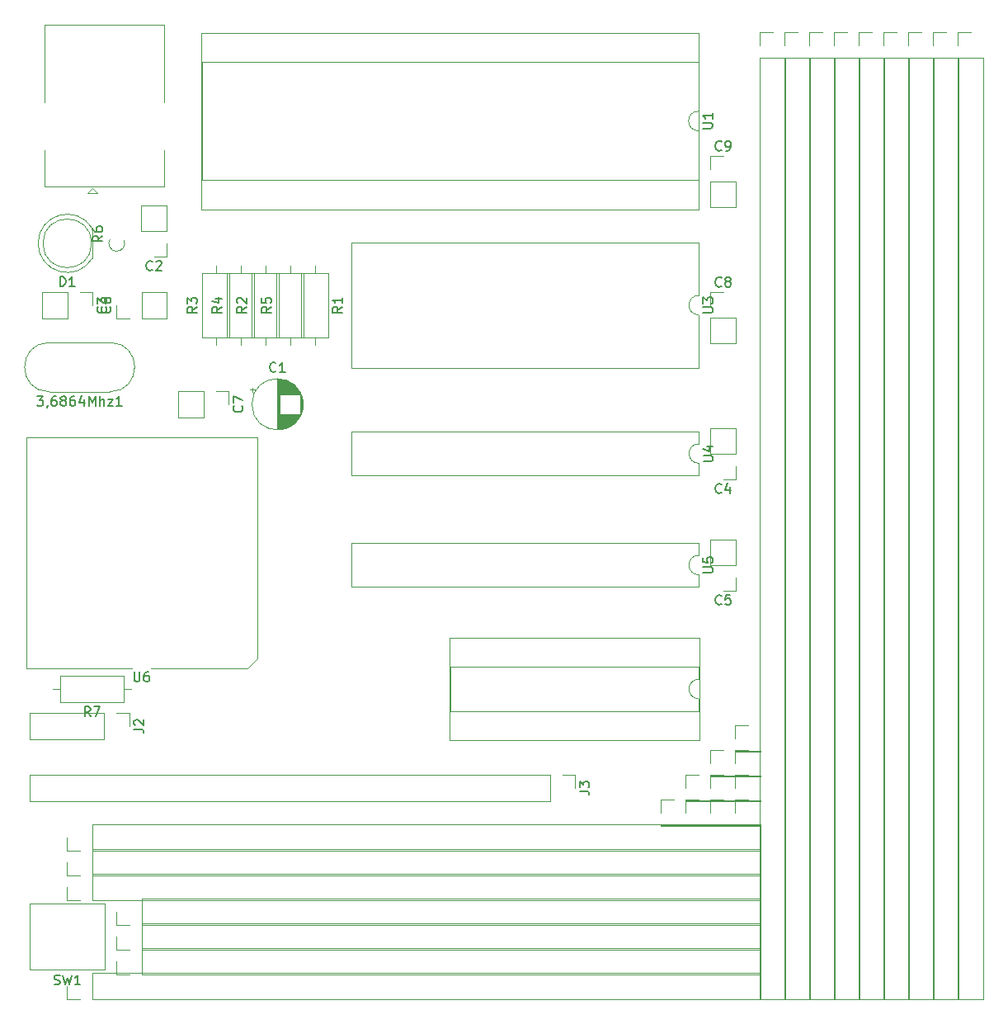
<source format=gbr>
%TF.GenerationSoftware,KiCad,Pcbnew,(6.0.1)*%
%TF.CreationDate,2022-03-08T21:02:58+01:00*%
%TF.ProjectId,Z80CPM,5a383043-504d-42e6-9b69-6361645f7063,rev?*%
%TF.SameCoordinates,Original*%
%TF.FileFunction,Legend,Top*%
%TF.FilePolarity,Positive*%
%FSLAX46Y46*%
G04 Gerber Fmt 4.6, Leading zero omitted, Abs format (unit mm)*
G04 Created by KiCad (PCBNEW (6.0.1)) date 2022-03-08 21:02:58*
%MOMM*%
%LPD*%
G01*
G04 APERTURE LIST*
%ADD10C,0.150000*%
%ADD11C,0.120000*%
G04 APERTURE END LIST*
D10*
%TO.C,C2*%
X39203333Y-50947142D02*
X39155714Y-50994761D01*
X39012857Y-51042380D01*
X38917619Y-51042380D01*
X38774761Y-50994761D01*
X38679523Y-50899523D01*
X38631904Y-50804285D01*
X38584285Y-50613809D01*
X38584285Y-50470952D01*
X38631904Y-50280476D01*
X38679523Y-50185238D01*
X38774761Y-50090000D01*
X38917619Y-50042380D01*
X39012857Y-50042380D01*
X39155714Y-50090000D01*
X39203333Y-50137619D01*
X39584285Y-50137619D02*
X39631904Y-50090000D01*
X39727142Y-50042380D01*
X39965238Y-50042380D01*
X40060476Y-50090000D01*
X40108095Y-50137619D01*
X40155714Y-50232857D01*
X40155714Y-50328095D01*
X40108095Y-50470952D01*
X39536666Y-51042380D01*
X40155714Y-51042380D01*
%TO.C,R2*%
X48882380Y-54776666D02*
X48406190Y-55110000D01*
X48882380Y-55348095D02*
X47882380Y-55348095D01*
X47882380Y-54967142D01*
X47930000Y-54871904D01*
X47977619Y-54824285D01*
X48072857Y-54776666D01*
X48215714Y-54776666D01*
X48310952Y-54824285D01*
X48358571Y-54871904D01*
X48406190Y-54967142D01*
X48406190Y-55348095D01*
X47977619Y-54395714D02*
X47930000Y-54348095D01*
X47882380Y-54252857D01*
X47882380Y-54014761D01*
X47930000Y-53919523D01*
X47977619Y-53871904D01*
X48072857Y-53824285D01*
X48168095Y-53824285D01*
X48310952Y-53871904D01*
X48882380Y-54443333D01*
X48882380Y-53824285D01*
%TO.C,3\u002C6864Mhz1*%
X27369047Y-63937380D02*
X27988095Y-63937380D01*
X27654761Y-64318333D01*
X27797619Y-64318333D01*
X27892857Y-64365952D01*
X27940476Y-64413571D01*
X27988095Y-64508809D01*
X27988095Y-64746904D01*
X27940476Y-64842142D01*
X27892857Y-64889761D01*
X27797619Y-64937380D01*
X27511904Y-64937380D01*
X27416666Y-64889761D01*
X27369047Y-64842142D01*
X28464285Y-64889761D02*
X28464285Y-64937380D01*
X28416666Y-65032619D01*
X28369047Y-65080238D01*
X29321428Y-63937380D02*
X29130952Y-63937380D01*
X29035714Y-63985000D01*
X28988095Y-64032619D01*
X28892857Y-64175476D01*
X28845238Y-64365952D01*
X28845238Y-64746904D01*
X28892857Y-64842142D01*
X28940476Y-64889761D01*
X29035714Y-64937380D01*
X29226190Y-64937380D01*
X29321428Y-64889761D01*
X29369047Y-64842142D01*
X29416666Y-64746904D01*
X29416666Y-64508809D01*
X29369047Y-64413571D01*
X29321428Y-64365952D01*
X29226190Y-64318333D01*
X29035714Y-64318333D01*
X28940476Y-64365952D01*
X28892857Y-64413571D01*
X28845238Y-64508809D01*
X29988095Y-64365952D02*
X29892857Y-64318333D01*
X29845238Y-64270714D01*
X29797619Y-64175476D01*
X29797619Y-64127857D01*
X29845238Y-64032619D01*
X29892857Y-63985000D01*
X29988095Y-63937380D01*
X30178571Y-63937380D01*
X30273809Y-63985000D01*
X30321428Y-64032619D01*
X30369047Y-64127857D01*
X30369047Y-64175476D01*
X30321428Y-64270714D01*
X30273809Y-64318333D01*
X30178571Y-64365952D01*
X29988095Y-64365952D01*
X29892857Y-64413571D01*
X29845238Y-64461190D01*
X29797619Y-64556428D01*
X29797619Y-64746904D01*
X29845238Y-64842142D01*
X29892857Y-64889761D01*
X29988095Y-64937380D01*
X30178571Y-64937380D01*
X30273809Y-64889761D01*
X30321428Y-64842142D01*
X30369047Y-64746904D01*
X30369047Y-64556428D01*
X30321428Y-64461190D01*
X30273809Y-64413571D01*
X30178571Y-64365952D01*
X31226190Y-63937380D02*
X31035714Y-63937380D01*
X30940476Y-63985000D01*
X30892857Y-64032619D01*
X30797619Y-64175476D01*
X30750000Y-64365952D01*
X30750000Y-64746904D01*
X30797619Y-64842142D01*
X30845238Y-64889761D01*
X30940476Y-64937380D01*
X31130952Y-64937380D01*
X31226190Y-64889761D01*
X31273809Y-64842142D01*
X31321428Y-64746904D01*
X31321428Y-64508809D01*
X31273809Y-64413571D01*
X31226190Y-64365952D01*
X31130952Y-64318333D01*
X30940476Y-64318333D01*
X30845238Y-64365952D01*
X30797619Y-64413571D01*
X30750000Y-64508809D01*
X32178571Y-64270714D02*
X32178571Y-64937380D01*
X31940476Y-63889761D02*
X31702380Y-64604047D01*
X32321428Y-64604047D01*
X32702380Y-64937380D02*
X32702380Y-63937380D01*
X33035714Y-64651666D01*
X33369047Y-63937380D01*
X33369047Y-64937380D01*
X33845238Y-64937380D02*
X33845238Y-63937380D01*
X34273809Y-64937380D02*
X34273809Y-64413571D01*
X34226190Y-64318333D01*
X34130952Y-64270714D01*
X33988095Y-64270714D01*
X33892857Y-64318333D01*
X33845238Y-64365952D01*
X34654761Y-64270714D02*
X35178571Y-64270714D01*
X34654761Y-64937380D01*
X35178571Y-64937380D01*
X36083333Y-64937380D02*
X35511904Y-64937380D01*
X35797619Y-64937380D02*
X35797619Y-63937380D01*
X35702380Y-64080238D01*
X35607142Y-64175476D01*
X35511904Y-64223095D01*
%TO.C,U5*%
X95752380Y-82026904D02*
X96561904Y-82026904D01*
X96657142Y-81979285D01*
X96704761Y-81931666D01*
X96752380Y-81836428D01*
X96752380Y-81645952D01*
X96704761Y-81550714D01*
X96657142Y-81503095D01*
X96561904Y-81455476D01*
X95752380Y-81455476D01*
X95752380Y-80503095D02*
X95752380Y-80979285D01*
X96228571Y-81026904D01*
X96180952Y-80979285D01*
X96133333Y-80884047D01*
X96133333Y-80645952D01*
X96180952Y-80550714D01*
X96228571Y-80503095D01*
X96323809Y-80455476D01*
X96561904Y-80455476D01*
X96657142Y-80503095D01*
X96704761Y-80550714D01*
X96752380Y-80645952D01*
X96752380Y-80884047D01*
X96704761Y-80979285D01*
X96657142Y-81026904D01*
%TO.C,R1*%
X58702380Y-54776666D02*
X58226190Y-55110000D01*
X58702380Y-55348095D02*
X57702380Y-55348095D01*
X57702380Y-54967142D01*
X57750000Y-54871904D01*
X57797619Y-54824285D01*
X57892857Y-54776666D01*
X58035714Y-54776666D01*
X58130952Y-54824285D01*
X58178571Y-54871904D01*
X58226190Y-54967142D01*
X58226190Y-55348095D01*
X58702380Y-53824285D02*
X58702380Y-54395714D01*
X58702380Y-54110000D02*
X57702380Y-54110000D01*
X57845238Y-54205238D01*
X57940476Y-54300476D01*
X57988095Y-54395714D01*
%TO.C,U3*%
X95752380Y-55366904D02*
X96561904Y-55366904D01*
X96657142Y-55319285D01*
X96704761Y-55271666D01*
X96752380Y-55176428D01*
X96752380Y-54985952D01*
X96704761Y-54890714D01*
X96657142Y-54843095D01*
X96561904Y-54795476D01*
X95752380Y-54795476D01*
X95752380Y-54414523D02*
X95752380Y-53795476D01*
X96133333Y-54128809D01*
X96133333Y-53985952D01*
X96180952Y-53890714D01*
X96228571Y-53843095D01*
X96323809Y-53795476D01*
X96561904Y-53795476D01*
X96657142Y-53843095D01*
X96704761Y-53890714D01*
X96752380Y-53985952D01*
X96752380Y-54271666D01*
X96704761Y-54366904D01*
X96657142Y-54414523D01*
%TO.C,J2*%
X37332380Y-98123333D02*
X38046666Y-98123333D01*
X38189523Y-98170952D01*
X38284761Y-98266190D01*
X38332380Y-98409047D01*
X38332380Y-98504285D01*
X37427619Y-97694761D02*
X37380000Y-97647142D01*
X37332380Y-97551904D01*
X37332380Y-97313809D01*
X37380000Y-97218571D01*
X37427619Y-97170952D01*
X37522857Y-97123333D01*
X37618095Y-97123333D01*
X37760952Y-97170952D01*
X38332380Y-97742380D01*
X38332380Y-97123333D01*
%TO.C,U1*%
X95702380Y-36466904D02*
X96511904Y-36466904D01*
X96607142Y-36419285D01*
X96654761Y-36371666D01*
X96702380Y-36276428D01*
X96702380Y-36085952D01*
X96654761Y-35990714D01*
X96607142Y-35943095D01*
X96511904Y-35895476D01*
X95702380Y-35895476D01*
X96702380Y-34895476D02*
X96702380Y-35466904D01*
X96702380Y-35181190D02*
X95702380Y-35181190D01*
X95845238Y-35276428D01*
X95940476Y-35371666D01*
X95988095Y-35466904D01*
%TO.C,R5*%
X51422380Y-54776666D02*
X50946190Y-55110000D01*
X51422380Y-55348095D02*
X50422380Y-55348095D01*
X50422380Y-54967142D01*
X50470000Y-54871904D01*
X50517619Y-54824285D01*
X50612857Y-54776666D01*
X50755714Y-54776666D01*
X50850952Y-54824285D01*
X50898571Y-54871904D01*
X50946190Y-54967142D01*
X50946190Y-55348095D01*
X50422380Y-53871904D02*
X50422380Y-54348095D01*
X50898571Y-54395714D01*
X50850952Y-54348095D01*
X50803333Y-54252857D01*
X50803333Y-54014761D01*
X50850952Y-53919523D01*
X50898571Y-53871904D01*
X50993809Y-53824285D01*
X51231904Y-53824285D01*
X51327142Y-53871904D01*
X51374761Y-53919523D01*
X51422380Y-54014761D01*
X51422380Y-54252857D01*
X51374761Y-54348095D01*
X51327142Y-54395714D01*
%TO.C,R7*%
X32853333Y-96802380D02*
X32520000Y-96326190D01*
X32281904Y-96802380D02*
X32281904Y-95802380D01*
X32662857Y-95802380D01*
X32758095Y-95850000D01*
X32805714Y-95897619D01*
X32853333Y-95992857D01*
X32853333Y-96135714D01*
X32805714Y-96230952D01*
X32758095Y-96278571D01*
X32662857Y-96326190D01*
X32281904Y-96326190D01*
X33186666Y-95802380D02*
X33853333Y-95802380D01*
X33424761Y-96802380D01*
%TO.C,C4*%
X97623333Y-73807142D02*
X97575714Y-73854761D01*
X97432857Y-73902380D01*
X97337619Y-73902380D01*
X97194761Y-73854761D01*
X97099523Y-73759523D01*
X97051904Y-73664285D01*
X97004285Y-73473809D01*
X97004285Y-73330952D01*
X97051904Y-73140476D01*
X97099523Y-73045238D01*
X97194761Y-72950000D01*
X97337619Y-72902380D01*
X97432857Y-72902380D01*
X97575714Y-72950000D01*
X97623333Y-72997619D01*
X98480476Y-73235714D02*
X98480476Y-73902380D01*
X98242380Y-72854761D02*
X98004285Y-73569047D01*
X98623333Y-73569047D01*
%TO.C,C8*%
X97623333Y-52637142D02*
X97575714Y-52684761D01*
X97432857Y-52732380D01*
X97337619Y-52732380D01*
X97194761Y-52684761D01*
X97099523Y-52589523D01*
X97051904Y-52494285D01*
X97004285Y-52303809D01*
X97004285Y-52160952D01*
X97051904Y-51970476D01*
X97099523Y-51875238D01*
X97194761Y-51780000D01*
X97337619Y-51732380D01*
X97432857Y-51732380D01*
X97575714Y-51780000D01*
X97623333Y-51827619D01*
X98194761Y-52160952D02*
X98099523Y-52113333D01*
X98051904Y-52065714D01*
X98004285Y-51970476D01*
X98004285Y-51922857D01*
X98051904Y-51827619D01*
X98099523Y-51780000D01*
X98194761Y-51732380D01*
X98385238Y-51732380D01*
X98480476Y-51780000D01*
X98528095Y-51827619D01*
X98575714Y-51922857D01*
X98575714Y-51970476D01*
X98528095Y-52065714D01*
X98480476Y-52113333D01*
X98385238Y-52160952D01*
X98194761Y-52160952D01*
X98099523Y-52208571D01*
X98051904Y-52256190D01*
X98004285Y-52351428D01*
X98004285Y-52541904D01*
X98051904Y-52637142D01*
X98099523Y-52684761D01*
X98194761Y-52732380D01*
X98385238Y-52732380D01*
X98480476Y-52684761D01*
X98528095Y-52637142D01*
X98575714Y-52541904D01*
X98575714Y-52351428D01*
X98528095Y-52256190D01*
X98480476Y-52208571D01*
X98385238Y-52160952D01*
%TO.C,C9*%
X97623333Y-38667142D02*
X97575714Y-38714761D01*
X97432857Y-38762380D01*
X97337619Y-38762380D01*
X97194761Y-38714761D01*
X97099523Y-38619523D01*
X97051904Y-38524285D01*
X97004285Y-38333809D01*
X97004285Y-38190952D01*
X97051904Y-38000476D01*
X97099523Y-37905238D01*
X97194761Y-37810000D01*
X97337619Y-37762380D01*
X97432857Y-37762380D01*
X97575714Y-37810000D01*
X97623333Y-37857619D01*
X98099523Y-38762380D02*
X98290000Y-38762380D01*
X98385238Y-38714761D01*
X98432857Y-38667142D01*
X98528095Y-38524285D01*
X98575714Y-38333809D01*
X98575714Y-37952857D01*
X98528095Y-37857619D01*
X98480476Y-37810000D01*
X98385238Y-37762380D01*
X98194761Y-37762380D01*
X98099523Y-37810000D01*
X98051904Y-37857619D01*
X98004285Y-37952857D01*
X98004285Y-38190952D01*
X98051904Y-38286190D01*
X98099523Y-38333809D01*
X98194761Y-38381428D01*
X98385238Y-38381428D01*
X98480476Y-38333809D01*
X98528095Y-38286190D01*
X98575714Y-38190952D01*
%TO.C,R3*%
X43802380Y-54776666D02*
X43326190Y-55110000D01*
X43802380Y-55348095D02*
X42802380Y-55348095D01*
X42802380Y-54967142D01*
X42850000Y-54871904D01*
X42897619Y-54824285D01*
X42992857Y-54776666D01*
X43135714Y-54776666D01*
X43230952Y-54824285D01*
X43278571Y-54871904D01*
X43326190Y-54967142D01*
X43326190Y-55348095D01*
X42802380Y-54443333D02*
X42802380Y-53824285D01*
X43183333Y-54157619D01*
X43183333Y-54014761D01*
X43230952Y-53919523D01*
X43278571Y-53871904D01*
X43373809Y-53824285D01*
X43611904Y-53824285D01*
X43707142Y-53871904D01*
X43754761Y-53919523D01*
X43802380Y-54014761D01*
X43802380Y-54300476D01*
X43754761Y-54395714D01*
X43707142Y-54443333D01*
%TO.C,U4*%
X95762380Y-70596904D02*
X96571904Y-70596904D01*
X96667142Y-70549285D01*
X96714761Y-70501666D01*
X96762380Y-70406428D01*
X96762380Y-70215952D01*
X96714761Y-70120714D01*
X96667142Y-70073095D01*
X96571904Y-70025476D01*
X95762380Y-70025476D01*
X96095714Y-69120714D02*
X96762380Y-69120714D01*
X95714761Y-69358809D02*
X96429047Y-69596904D01*
X96429047Y-68977857D01*
%TO.C,C6*%
X34857142Y-54776666D02*
X34904761Y-54824285D01*
X34952380Y-54967142D01*
X34952380Y-55062380D01*
X34904761Y-55205238D01*
X34809523Y-55300476D01*
X34714285Y-55348095D01*
X34523809Y-55395714D01*
X34380952Y-55395714D01*
X34190476Y-55348095D01*
X34095238Y-55300476D01*
X34000000Y-55205238D01*
X33952380Y-55062380D01*
X33952380Y-54967142D01*
X34000000Y-54824285D01*
X34047619Y-54776666D01*
X33952380Y-53919523D02*
X33952380Y-54110000D01*
X34000000Y-54205238D01*
X34047619Y-54252857D01*
X34190476Y-54348095D01*
X34380952Y-54395714D01*
X34761904Y-54395714D01*
X34857142Y-54348095D01*
X34904761Y-54300476D01*
X34952380Y-54205238D01*
X34952380Y-54014761D01*
X34904761Y-53919523D01*
X34857142Y-53871904D01*
X34761904Y-53824285D01*
X34523809Y-53824285D01*
X34428571Y-53871904D01*
X34380952Y-53919523D01*
X34333333Y-54014761D01*
X34333333Y-54205238D01*
X34380952Y-54300476D01*
X34428571Y-54348095D01*
X34523809Y-54395714D01*
%TO.C,J3*%
X83067380Y-104473333D02*
X83781666Y-104473333D01*
X83924523Y-104520952D01*
X84019761Y-104616190D01*
X84067380Y-104759047D01*
X84067380Y-104854285D01*
X83067380Y-104092380D02*
X83067380Y-103473333D01*
X83448333Y-103806666D01*
X83448333Y-103663809D01*
X83495952Y-103568571D01*
X83543571Y-103520952D01*
X83638809Y-103473333D01*
X83876904Y-103473333D01*
X83972142Y-103520952D01*
X84019761Y-103568571D01*
X84067380Y-103663809D01*
X84067380Y-103949523D01*
X84019761Y-104044761D01*
X83972142Y-104092380D01*
%TO.C,SW1*%
X29146666Y-124284761D02*
X29289523Y-124332380D01*
X29527619Y-124332380D01*
X29622857Y-124284761D01*
X29670476Y-124237142D01*
X29718095Y-124141904D01*
X29718095Y-124046666D01*
X29670476Y-123951428D01*
X29622857Y-123903809D01*
X29527619Y-123856190D01*
X29337142Y-123808571D01*
X29241904Y-123760952D01*
X29194285Y-123713333D01*
X29146666Y-123618095D01*
X29146666Y-123522857D01*
X29194285Y-123427619D01*
X29241904Y-123380000D01*
X29337142Y-123332380D01*
X29575238Y-123332380D01*
X29718095Y-123380000D01*
X30051428Y-123332380D02*
X30289523Y-124332380D01*
X30480000Y-123618095D01*
X30670476Y-124332380D01*
X30908571Y-123332380D01*
X31813333Y-124332380D02*
X31241904Y-124332380D01*
X31527619Y-124332380D02*
X31527619Y-123332380D01*
X31432380Y-123475238D01*
X31337142Y-123570476D01*
X31241904Y-123618095D01*
%TO.C,R4*%
X46342380Y-54776666D02*
X45866190Y-55110000D01*
X46342380Y-55348095D02*
X45342380Y-55348095D01*
X45342380Y-54967142D01*
X45390000Y-54871904D01*
X45437619Y-54824285D01*
X45532857Y-54776666D01*
X45675714Y-54776666D01*
X45770952Y-54824285D01*
X45818571Y-54871904D01*
X45866190Y-54967142D01*
X45866190Y-55348095D01*
X45675714Y-53919523D02*
X46342380Y-53919523D01*
X45294761Y-54157619D02*
X46009047Y-54395714D01*
X46009047Y-53776666D01*
%TO.C,C7*%
X48407142Y-64936666D02*
X48454761Y-64984285D01*
X48502380Y-65127142D01*
X48502380Y-65222380D01*
X48454761Y-65365238D01*
X48359523Y-65460476D01*
X48264285Y-65508095D01*
X48073809Y-65555714D01*
X47930952Y-65555714D01*
X47740476Y-65508095D01*
X47645238Y-65460476D01*
X47550000Y-65365238D01*
X47502380Y-65222380D01*
X47502380Y-65127142D01*
X47550000Y-64984285D01*
X47597619Y-64936666D01*
X47502380Y-64603333D02*
X47502380Y-63936666D01*
X48502380Y-64365238D01*
%TO.C,U6*%
X37338095Y-92212380D02*
X37338095Y-93021904D01*
X37385714Y-93117142D01*
X37433333Y-93164761D01*
X37528571Y-93212380D01*
X37719047Y-93212380D01*
X37814285Y-93164761D01*
X37861904Y-93117142D01*
X37909523Y-93021904D01*
X37909523Y-92212380D01*
X38814285Y-92212380D02*
X38623809Y-92212380D01*
X38528571Y-92260000D01*
X38480952Y-92307619D01*
X38385714Y-92450476D01*
X38338095Y-92640952D01*
X38338095Y-93021904D01*
X38385714Y-93117142D01*
X38433333Y-93164761D01*
X38528571Y-93212380D01*
X38719047Y-93212380D01*
X38814285Y-93164761D01*
X38861904Y-93117142D01*
X38909523Y-93021904D01*
X38909523Y-92783809D01*
X38861904Y-92688571D01*
X38814285Y-92640952D01*
X38719047Y-92593333D01*
X38528571Y-92593333D01*
X38433333Y-92640952D01*
X38385714Y-92688571D01*
X38338095Y-92783809D01*
%TO.C,D1*%
X29741904Y-52672380D02*
X29741904Y-51672380D01*
X29980000Y-51672380D01*
X30122857Y-51720000D01*
X30218095Y-51815238D01*
X30265714Y-51910476D01*
X30313333Y-52100952D01*
X30313333Y-52243809D01*
X30265714Y-52434285D01*
X30218095Y-52529523D01*
X30122857Y-52624761D01*
X29980000Y-52672380D01*
X29741904Y-52672380D01*
X31265714Y-52672380D02*
X30694285Y-52672380D01*
X30980000Y-52672380D02*
X30980000Y-51672380D01*
X30884761Y-51815238D01*
X30789523Y-51910476D01*
X30694285Y-51958095D01*
%TO.C,C1*%
X51883333Y-61377142D02*
X51835714Y-61424761D01*
X51692857Y-61472380D01*
X51597619Y-61472380D01*
X51454761Y-61424761D01*
X51359523Y-61329523D01*
X51311904Y-61234285D01*
X51264285Y-61043809D01*
X51264285Y-60900952D01*
X51311904Y-60710476D01*
X51359523Y-60615238D01*
X51454761Y-60520000D01*
X51597619Y-60472380D01*
X51692857Y-60472380D01*
X51835714Y-60520000D01*
X51883333Y-60567619D01*
X52835714Y-61472380D02*
X52264285Y-61472380D01*
X52550000Y-61472380D02*
X52550000Y-60472380D01*
X52454761Y-60615238D01*
X52359523Y-60710476D01*
X52264285Y-60758095D01*
%TO.C,R6*%
X34092380Y-47476666D02*
X33616190Y-47810000D01*
X34092380Y-48048095D02*
X33092380Y-48048095D01*
X33092380Y-47667142D01*
X33140000Y-47571904D01*
X33187619Y-47524285D01*
X33282857Y-47476666D01*
X33425714Y-47476666D01*
X33520952Y-47524285D01*
X33568571Y-47571904D01*
X33616190Y-47667142D01*
X33616190Y-48048095D01*
X33092380Y-46619523D02*
X33092380Y-46810000D01*
X33140000Y-46905238D01*
X33187619Y-46952857D01*
X33330476Y-47048095D01*
X33520952Y-47095714D01*
X33901904Y-47095714D01*
X33997142Y-47048095D01*
X34044761Y-47000476D01*
X34092380Y-46905238D01*
X34092380Y-46714761D01*
X34044761Y-46619523D01*
X33997142Y-46571904D01*
X33901904Y-46524285D01*
X33663809Y-46524285D01*
X33568571Y-46571904D01*
X33520952Y-46619523D01*
X33473333Y-46714761D01*
X33473333Y-46905238D01*
X33520952Y-47000476D01*
X33568571Y-47048095D01*
X33663809Y-47095714D01*
%TO.C,C3*%
X34437142Y-54776666D02*
X34484761Y-54824285D01*
X34532380Y-54967142D01*
X34532380Y-55062380D01*
X34484761Y-55205238D01*
X34389523Y-55300476D01*
X34294285Y-55348095D01*
X34103809Y-55395714D01*
X33960952Y-55395714D01*
X33770476Y-55348095D01*
X33675238Y-55300476D01*
X33580000Y-55205238D01*
X33532380Y-55062380D01*
X33532380Y-54967142D01*
X33580000Y-54824285D01*
X33627619Y-54776666D01*
X33532380Y-54443333D02*
X33532380Y-53824285D01*
X33913333Y-54157619D01*
X33913333Y-54014761D01*
X33960952Y-53919523D01*
X34008571Y-53871904D01*
X34103809Y-53824285D01*
X34341904Y-53824285D01*
X34437142Y-53871904D01*
X34484761Y-53919523D01*
X34532380Y-54014761D01*
X34532380Y-54300476D01*
X34484761Y-54395714D01*
X34437142Y-54443333D01*
%TO.C,C5*%
X97623333Y-85237142D02*
X97575714Y-85284761D01*
X97432857Y-85332380D01*
X97337619Y-85332380D01*
X97194761Y-85284761D01*
X97099523Y-85189523D01*
X97051904Y-85094285D01*
X97004285Y-84903809D01*
X97004285Y-84760952D01*
X97051904Y-84570476D01*
X97099523Y-84475238D01*
X97194761Y-84380000D01*
X97337619Y-84332380D01*
X97432857Y-84332380D01*
X97575714Y-84380000D01*
X97623333Y-84427619D01*
X98528095Y-84332380D02*
X98051904Y-84332380D01*
X98004285Y-84808571D01*
X98051904Y-84760952D01*
X98147142Y-84713333D01*
X98385238Y-84713333D01*
X98480476Y-84760952D01*
X98528095Y-84808571D01*
X98575714Y-84903809D01*
X98575714Y-85141904D01*
X98528095Y-85237142D01*
X98480476Y-85284761D01*
X98385238Y-85332380D01*
X98147142Y-85332380D01*
X98051904Y-85284761D01*
X98004285Y-85237142D01*
D11*
%TO.C,*%
X36830000Y-123250000D02*
X35500000Y-123250000D01*
X38100000Y-120590000D02*
X101660000Y-120590000D01*
X101660000Y-123250000D02*
X101660000Y-120590000D01*
X35500000Y-123250000D02*
X35500000Y-121920000D01*
X38100000Y-123250000D02*
X38100000Y-120590000D01*
X38100000Y-123250000D02*
X101660000Y-123250000D01*
X36830000Y-120710000D02*
X35500000Y-120710000D01*
X38100000Y-118050000D02*
X101660000Y-118050000D01*
X101660000Y-120710000D02*
X101660000Y-118050000D01*
X35500000Y-120710000D02*
X35500000Y-119380000D01*
X38100000Y-120710000D02*
X38100000Y-118050000D01*
X38100000Y-120710000D02*
X101660000Y-120710000D01*
X33035000Y-110550000D02*
X33035000Y-107890000D01*
X31765000Y-110550000D02*
X30435000Y-110550000D01*
X33035000Y-110550000D02*
X101675000Y-110550000D01*
X30435000Y-110550000D02*
X30435000Y-109220000D01*
X101675000Y-110550000D02*
X101675000Y-107890000D01*
X33035000Y-107890000D02*
X101675000Y-107890000D01*
X33035000Y-113090000D02*
X33035000Y-110430000D01*
X31765000Y-113090000D02*
X30435000Y-113090000D01*
X33035000Y-113090000D02*
X101675000Y-113090000D01*
X30435000Y-113090000D02*
X30435000Y-111760000D01*
X101675000Y-113090000D02*
X101675000Y-110430000D01*
X33035000Y-110430000D02*
X101675000Y-110430000D01*
X33035000Y-115630000D02*
X33035000Y-112970000D01*
X31765000Y-115630000D02*
X30435000Y-115630000D01*
X33035000Y-115630000D02*
X101675000Y-115630000D01*
X30435000Y-115630000D02*
X30435000Y-114300000D01*
X101675000Y-115630000D02*
X101675000Y-112970000D01*
X33035000Y-112970000D02*
X101675000Y-112970000D01*
X101540000Y-27950000D02*
X101540000Y-26620000D01*
X101540000Y-26620000D02*
X102870000Y-26620000D01*
X104200000Y-29220000D02*
X104200000Y-125800000D01*
X101540000Y-125800000D02*
X104200000Y-125800000D01*
X101540000Y-29220000D02*
X104200000Y-29220000D01*
X101540000Y-29220000D02*
X101540000Y-125800000D01*
X104080000Y-27950000D02*
X104080000Y-26620000D01*
X104080000Y-26620000D02*
X105410000Y-26620000D01*
X106740000Y-29220000D02*
X106740000Y-125800000D01*
X104080000Y-125800000D02*
X106740000Y-125800000D01*
X104080000Y-29220000D02*
X106740000Y-29220000D01*
X104080000Y-29220000D02*
X104080000Y-125800000D01*
X106620000Y-27950000D02*
X106620000Y-26620000D01*
X106620000Y-26620000D02*
X107950000Y-26620000D01*
X109280000Y-29220000D02*
X109280000Y-125800000D01*
X106620000Y-125800000D02*
X109280000Y-125800000D01*
X106620000Y-29220000D02*
X109280000Y-29220000D01*
X106620000Y-29220000D02*
X106620000Y-125800000D01*
X109160000Y-27950000D02*
X109160000Y-26620000D01*
X109160000Y-26620000D02*
X110490000Y-26620000D01*
X111820000Y-29220000D02*
X111820000Y-125800000D01*
X109160000Y-125800000D02*
X111820000Y-125800000D01*
X109160000Y-29220000D02*
X111820000Y-29220000D01*
X109160000Y-29220000D02*
X109160000Y-125800000D01*
X111700000Y-27950000D02*
X111700000Y-26620000D01*
X111700000Y-26620000D02*
X113030000Y-26620000D01*
X114360000Y-29220000D02*
X114360000Y-125800000D01*
X111700000Y-125800000D02*
X114360000Y-125800000D01*
X111700000Y-29220000D02*
X114360000Y-29220000D01*
X111700000Y-29220000D02*
X111700000Y-125800000D01*
X114240000Y-27950000D02*
X114240000Y-26620000D01*
X114240000Y-26620000D02*
X115570000Y-26620000D01*
X116900000Y-29220000D02*
X116900000Y-125800000D01*
X114240000Y-125800000D02*
X116900000Y-125800000D01*
X114240000Y-29220000D02*
X116900000Y-29220000D01*
X114240000Y-29220000D02*
X114240000Y-125800000D01*
X116780000Y-27950000D02*
X116780000Y-26620000D01*
X116780000Y-26620000D02*
X118110000Y-26620000D01*
X119440000Y-29220000D02*
X119440000Y-125800000D01*
X116780000Y-125800000D02*
X119440000Y-125800000D01*
X116780000Y-29220000D02*
X119440000Y-29220000D01*
X116780000Y-29220000D02*
X116780000Y-125800000D01*
X119320000Y-27950000D02*
X119320000Y-26620000D01*
X119320000Y-26620000D02*
X120650000Y-26620000D01*
X121980000Y-29220000D02*
X121980000Y-125800000D01*
X119320000Y-125800000D02*
X121980000Y-125800000D01*
X119320000Y-29220000D02*
X121980000Y-29220000D01*
X119320000Y-29220000D02*
X119320000Y-125800000D01*
X99000000Y-97730000D02*
X100330000Y-97730000D01*
X99000000Y-100330000D02*
X101660000Y-100330000D01*
X99000000Y-100390000D02*
X101660000Y-100390000D01*
X101660000Y-100330000D02*
X101660000Y-100390000D01*
X99000000Y-100330000D02*
X99000000Y-100390000D01*
X99000000Y-99060000D02*
X99000000Y-97730000D01*
X99000000Y-105350000D02*
X100330000Y-105350000D01*
X99000000Y-107950000D02*
X101660000Y-107950000D01*
X99000000Y-108010000D02*
X101660000Y-108010000D01*
X101660000Y-107950000D02*
X101660000Y-108010000D01*
X99000000Y-107950000D02*
X99000000Y-108010000D01*
X99000000Y-106680000D02*
X99000000Y-105350000D01*
X96460000Y-105350000D02*
X97790000Y-105350000D01*
X96460000Y-107950000D02*
X99120000Y-107950000D01*
X96460000Y-108010000D02*
X99120000Y-108010000D01*
X99120000Y-107950000D02*
X99120000Y-108010000D01*
X96460000Y-107950000D02*
X96460000Y-108010000D01*
X96460000Y-106680000D02*
X96460000Y-105350000D01*
X93920000Y-105350000D02*
X95250000Y-105350000D01*
X93920000Y-107950000D02*
X96580000Y-107950000D01*
X93920000Y-108010000D02*
X96580000Y-108010000D01*
X96580000Y-107950000D02*
X96580000Y-108010000D01*
X93920000Y-107950000D02*
X93920000Y-108010000D01*
X93920000Y-106680000D02*
X93920000Y-105350000D01*
X91380000Y-105350000D02*
X92710000Y-105350000D01*
X91380000Y-107950000D02*
X94040000Y-107950000D01*
X91380000Y-108010000D02*
X94040000Y-108010000D01*
X94040000Y-107950000D02*
X94040000Y-108010000D01*
X91380000Y-107950000D02*
X91380000Y-108010000D01*
X91380000Y-106680000D02*
X91380000Y-105350000D01*
X93920000Y-102810000D02*
X95250000Y-102810000D01*
X93920000Y-105410000D02*
X96580000Y-105410000D01*
X93920000Y-105470000D02*
X96580000Y-105470000D01*
X96580000Y-105410000D02*
X96580000Y-105470000D01*
X93920000Y-105410000D02*
X93920000Y-105470000D01*
X93920000Y-104140000D02*
X93920000Y-102810000D01*
X96460000Y-102810000D02*
X97790000Y-102810000D01*
X96460000Y-105410000D02*
X99120000Y-105410000D01*
X96460000Y-105470000D02*
X99120000Y-105470000D01*
X99120000Y-105410000D02*
X99120000Y-105470000D01*
X96460000Y-105410000D02*
X96460000Y-105470000D01*
X96460000Y-104140000D02*
X96460000Y-102810000D01*
X99000000Y-102810000D02*
X100330000Y-102810000D01*
X99000000Y-105410000D02*
X101660000Y-105410000D01*
X99000000Y-105470000D02*
X101660000Y-105470000D01*
X101660000Y-105410000D02*
X101660000Y-105470000D01*
X99000000Y-105410000D02*
X99000000Y-105470000D01*
X99000000Y-104140000D02*
X99000000Y-102810000D01*
X99000000Y-100270000D02*
X100330000Y-100270000D01*
X99000000Y-102870000D02*
X101660000Y-102870000D01*
X99000000Y-102930000D02*
X101660000Y-102930000D01*
X101660000Y-102870000D02*
X101660000Y-102930000D01*
X99000000Y-102870000D02*
X99000000Y-102930000D01*
X99000000Y-101600000D02*
X99000000Y-100270000D01*
X96460000Y-100270000D02*
X97790000Y-100270000D01*
X96460000Y-102870000D02*
X99120000Y-102870000D01*
X96460000Y-102930000D02*
X99120000Y-102930000D01*
X99120000Y-102870000D02*
X99120000Y-102930000D01*
X96460000Y-102870000D02*
X96460000Y-102930000D01*
X96460000Y-101600000D02*
X96460000Y-100270000D01*
X33035000Y-125790000D02*
X33035000Y-123130000D01*
X31765000Y-125790000D02*
X30435000Y-125790000D01*
X33035000Y-125790000D02*
X101675000Y-125790000D01*
X30435000Y-125790000D02*
X30435000Y-124460000D01*
X101675000Y-125790000D02*
X101675000Y-123130000D01*
X33035000Y-123130000D02*
X101675000Y-123130000D01*
X36830000Y-118170000D02*
X35500000Y-118170000D01*
X38100000Y-115510000D02*
X101660000Y-115510000D01*
X101660000Y-118170000D02*
X101660000Y-115510000D01*
X35500000Y-118170000D02*
X35500000Y-116840000D01*
X38100000Y-118170000D02*
X38100000Y-115510000D01*
X38100000Y-118170000D02*
X101660000Y-118170000D01*
X121860000Y-27940000D02*
X121860000Y-26610000D01*
X121860000Y-26610000D02*
X123190000Y-26610000D01*
X124520000Y-29210000D02*
X124520000Y-125790000D01*
X121860000Y-125790000D02*
X124520000Y-125790000D01*
X121860000Y-29210000D02*
X124520000Y-29210000D01*
X121860000Y-29210000D02*
X121860000Y-125790000D01*
%TO.C,C2*%
X38040000Y-46990000D02*
X38040000Y-44390000D01*
X40700000Y-49590000D02*
X39370000Y-49590000D01*
X40700000Y-44390000D02*
X38040000Y-44390000D01*
X40700000Y-46990000D02*
X40700000Y-44390000D01*
X40700000Y-48260000D02*
X40700000Y-49590000D01*
X40700000Y-46990000D02*
X38040000Y-46990000D01*
%TO.C,R2*%
X50800000Y-50570000D02*
X50800000Y-51340000D01*
X49430000Y-57880000D02*
X52170000Y-57880000D01*
X52170000Y-57880000D02*
X52170000Y-51340000D01*
X50800000Y-58650000D02*
X50800000Y-57880000D01*
X49430000Y-51340000D02*
X49430000Y-57880000D01*
X52170000Y-51340000D02*
X49430000Y-51340000D01*
%TO.C,3\u002C6864Mhz1*%
X34875000Y-63485000D02*
X28625000Y-63485000D01*
X34875000Y-58435000D02*
X28625000Y-58435000D01*
X34875000Y-63485000D02*
G75*
G03*
X34875000Y-58435000I0J2525000D01*
G01*
X28625000Y-58435000D02*
G75*
G03*
X28625000Y-63485000I0J-2525000D01*
G01*
%TO.C,U2*%
X95305000Y-92990000D02*
X95305000Y-91740000D01*
X69725000Y-88740000D02*
X69725000Y-99240000D01*
X95305000Y-91740000D02*
X69785000Y-91740000D01*
X69785000Y-96240000D02*
X95305000Y-96240000D01*
X95305000Y-96240000D02*
X95305000Y-94990000D01*
X69725000Y-99240000D02*
X95365000Y-99240000D01*
X95365000Y-88740000D02*
X69725000Y-88740000D01*
X69785000Y-91740000D02*
X69785000Y-96240000D01*
X95365000Y-99240000D02*
X95365000Y-88740000D01*
X95305000Y-92990000D02*
G75*
G03*
X95305000Y-94990000I0J-1000000D01*
G01*
%TO.C,U5*%
X95300000Y-79015000D02*
X59620000Y-79015000D01*
X95300000Y-80265000D02*
X95300000Y-79015000D01*
X95300000Y-83515000D02*
X95300000Y-82265000D01*
X59620000Y-83515000D02*
X95300000Y-83515000D01*
X59620000Y-79015000D02*
X59620000Y-83515000D01*
X95300000Y-80265000D02*
G75*
G03*
X95300000Y-82265000I0J-1000000D01*
G01*
%TO.C,R1*%
X57250000Y-51340000D02*
X54510000Y-51340000D01*
X55880000Y-58650000D02*
X55880000Y-57880000D01*
X54510000Y-57880000D02*
X57250000Y-57880000D01*
X55880000Y-50570000D02*
X55880000Y-51340000D01*
X57250000Y-57880000D02*
X57250000Y-51340000D01*
X54510000Y-51340000D02*
X54510000Y-57880000D01*
%TO.C,J1*%
X40400000Y-42427500D02*
X40400000Y-38677500D01*
X40400000Y-42427500D02*
X28180000Y-42427500D01*
X32540000Y-43127500D02*
X33540000Y-43127500D01*
X28180000Y-42427500D02*
X28180000Y-38677500D01*
X33040000Y-42627500D02*
X32540000Y-43127500D01*
X40400000Y-25807500D02*
X40400000Y-33777500D01*
X33540000Y-43127500D02*
X33040000Y-42627500D01*
X40400000Y-25807500D02*
X28180000Y-25807500D01*
X28180000Y-25807500D02*
X28180000Y-33777500D01*
%TO.C,U3*%
X95300000Y-48145000D02*
X59620000Y-48145000D01*
X95300000Y-61065000D02*
X95300000Y-55605000D01*
X59620000Y-61065000D02*
X95300000Y-61065000D01*
X95300000Y-53605000D02*
X95300000Y-48145000D01*
X59620000Y-48145000D02*
X59620000Y-61065000D01*
X95300000Y-53605000D02*
G75*
G03*
X95300000Y-55605000I0J-1000000D01*
G01*
%TO.C,J2*%
X34280000Y-99120000D02*
X26600000Y-99120000D01*
X26600000Y-96460000D02*
X26600000Y-99120000D01*
X36880000Y-96460000D02*
X36880000Y-97790000D01*
X34280000Y-96460000D02*
X34280000Y-99120000D01*
X35550000Y-96460000D02*
X36880000Y-96460000D01*
X34280000Y-96460000D02*
X26600000Y-96460000D01*
%TO.C,U1*%
X95310000Y-26645000D02*
X44270000Y-26645000D01*
X44330000Y-29645000D02*
X44330000Y-41765000D01*
X44330000Y-41765000D02*
X95250000Y-41765000D01*
X95250000Y-34705000D02*
X95250000Y-29645000D01*
X95250000Y-41765000D02*
X95250000Y-36705000D01*
X95310000Y-44765000D02*
X95310000Y-26645000D01*
X44270000Y-26645000D02*
X44270000Y-44765000D01*
X44270000Y-44765000D02*
X95310000Y-44765000D01*
X95250000Y-29645000D02*
X44330000Y-29645000D01*
X95250000Y-34705000D02*
G75*
G03*
X95250000Y-36705000I0J-1000000D01*
G01*
%TO.C,R5*%
X54710000Y-57880000D02*
X54710000Y-51340000D01*
X51970000Y-57880000D02*
X54710000Y-57880000D01*
X51970000Y-51340000D02*
X51970000Y-57880000D01*
X53340000Y-58650000D02*
X53340000Y-57880000D01*
X53340000Y-50570000D02*
X53340000Y-51340000D01*
X54710000Y-51340000D02*
X51970000Y-51340000D01*
%TO.C,R7*%
X29750000Y-95350000D02*
X36290000Y-95350000D01*
X36290000Y-95350000D02*
X36290000Y-92610000D01*
X28980000Y-93980000D02*
X29750000Y-93980000D01*
X37060000Y-93980000D02*
X36290000Y-93980000D01*
X29750000Y-92610000D02*
X29750000Y-95350000D01*
X36290000Y-92610000D02*
X29750000Y-92610000D01*
%TO.C,C4*%
X99120000Y-67250000D02*
X96460000Y-67250000D01*
X99120000Y-69850000D02*
X96460000Y-69850000D01*
X99120000Y-72450000D02*
X97790000Y-72450000D01*
X99120000Y-69850000D02*
X99120000Y-67250000D01*
X96460000Y-69850000D02*
X96460000Y-67250000D01*
X99120000Y-71120000D02*
X99120000Y-72450000D01*
%TO.C,C8*%
X96460000Y-53280000D02*
X97790000Y-53280000D01*
X96460000Y-54610000D02*
X96460000Y-53280000D01*
X99120000Y-55880000D02*
X99120000Y-58480000D01*
X96460000Y-55880000D02*
X96460000Y-58480000D01*
X96460000Y-58480000D02*
X99120000Y-58480000D01*
X96460000Y-55880000D02*
X99120000Y-55880000D01*
%TO.C,C9*%
X96460000Y-39310000D02*
X97790000Y-39310000D01*
X96460000Y-44510000D02*
X99120000Y-44510000D01*
X99120000Y-41910000D02*
X99120000Y-44510000D01*
X96460000Y-41910000D02*
X99120000Y-41910000D01*
X96460000Y-41910000D02*
X96460000Y-44510000D01*
X96460000Y-40640000D02*
X96460000Y-39310000D01*
%TO.C,R3*%
X45720000Y-58650000D02*
X45720000Y-57880000D01*
X44350000Y-57880000D02*
X47090000Y-57880000D01*
X47090000Y-51340000D02*
X44350000Y-51340000D01*
X45720000Y-50570000D02*
X45720000Y-51340000D01*
X44350000Y-51340000D02*
X44350000Y-57880000D01*
X47090000Y-57880000D02*
X47090000Y-51340000D01*
%TO.C,U4*%
X95310000Y-67585000D02*
X59630000Y-67585000D01*
X59630000Y-67585000D02*
X59630000Y-72085000D01*
X95310000Y-68835000D02*
X95310000Y-67585000D01*
X95310000Y-72085000D02*
X95310000Y-70835000D01*
X59630000Y-72085000D02*
X95310000Y-72085000D01*
X95310000Y-68835000D02*
G75*
G03*
X95310000Y-70835000I0J-1000000D01*
G01*
%TO.C,C6*%
X36830000Y-55940000D02*
X35500000Y-55940000D01*
X40700000Y-55940000D02*
X40700000Y-53280000D01*
X38100000Y-53280000D02*
X40700000Y-53280000D01*
X35500000Y-55940000D02*
X35500000Y-54610000D01*
X38100000Y-55940000D02*
X38100000Y-53280000D01*
X38100000Y-55940000D02*
X40700000Y-55940000D01*
%TO.C,J3*%
X26615000Y-102810000D02*
X26615000Y-105470000D01*
X80015000Y-102810000D02*
X80015000Y-105470000D01*
X80015000Y-105470000D02*
X26615000Y-105470000D01*
X82615000Y-102810000D02*
X82615000Y-104140000D01*
X81285000Y-102810000D02*
X82615000Y-102810000D01*
X80015000Y-102810000D02*
X26615000Y-102810000D01*
%TO.C,SW1*%
X34350000Y-122750000D02*
X26610000Y-122750000D01*
X34350000Y-116010000D02*
X26610000Y-116010000D01*
X34350000Y-122750000D02*
X34350000Y-116010000D01*
X26610000Y-122750000D02*
X26610000Y-116010000D01*
%TO.C,R4*%
X48260000Y-58650000D02*
X48260000Y-57880000D01*
X46890000Y-57880000D02*
X49630000Y-57880000D01*
X46890000Y-51340000D02*
X46890000Y-57880000D01*
X49630000Y-51340000D02*
X46890000Y-51340000D01*
X49630000Y-57880000D02*
X49630000Y-51340000D01*
X48260000Y-50570000D02*
X48260000Y-51340000D01*
%TO.C,C7*%
X41850000Y-63440000D02*
X41850000Y-66100000D01*
X45720000Y-63440000D02*
X47050000Y-63440000D01*
X47050000Y-63440000D02*
X47050000Y-64770000D01*
X44450000Y-63440000D02*
X41850000Y-63440000D01*
X44450000Y-66100000D02*
X41850000Y-66100000D01*
X44450000Y-63440000D02*
X44450000Y-66100000D01*
%TO.C,U6*%
X39100000Y-91860000D02*
X48950000Y-91860000D01*
X26250000Y-68160000D02*
X26250000Y-91860000D01*
X26250000Y-91860000D02*
X37100000Y-91860000D01*
X49950000Y-68160000D02*
X26250000Y-68160000D01*
X48950000Y-91860000D02*
X49950000Y-90860000D01*
X49950000Y-90860000D02*
X49950000Y-68160000D01*
%TO.C,D1*%
X33040000Y-49805000D02*
X33040000Y-46715000D01*
X33040000Y-46715170D02*
G75*
G03*
X27490000Y-48260462I-2560000J-1544830D01*
G01*
X27490000Y-48259538D02*
G75*
G03*
X33040000Y-49804830I2990000J-462D01*
G01*
X32980000Y-48260000D02*
G75*
G03*
X32980000Y-48260000I-2500000J0D01*
G01*
%TO.C,C1*%
X53571000Y-65810000D02*
X53571000Y-66865000D01*
X53771000Y-62833000D02*
X53771000Y-63730000D01*
X54531000Y-63965000D02*
X54531000Y-65575000D01*
X52090000Y-62190000D02*
X52090000Y-67350000D01*
X52290000Y-62201000D02*
X52290000Y-63730000D01*
X53251000Y-62480000D02*
X53251000Y-63730000D01*
X52530000Y-65810000D02*
X52530000Y-67306000D01*
X52330000Y-62205000D02*
X52330000Y-63730000D01*
X53291000Y-62502000D02*
X53291000Y-63730000D01*
X54571000Y-64093000D02*
X54571000Y-65447000D01*
X54011000Y-65810000D02*
X54011000Y-66469000D01*
X53931000Y-62985000D02*
X53931000Y-63730000D01*
X53371000Y-62546000D02*
X53371000Y-63730000D01*
X52690000Y-62269000D02*
X52690000Y-63730000D01*
X52130000Y-62191000D02*
X52130000Y-67349000D01*
X52490000Y-62227000D02*
X52490000Y-63730000D01*
X54451000Y-63759000D02*
X54451000Y-65781000D01*
X53211000Y-65810000D02*
X53211000Y-67080000D01*
X53171000Y-65810000D02*
X53171000Y-67099000D01*
X54491000Y-63855000D02*
X54491000Y-65685000D01*
X54291000Y-63451000D02*
X54291000Y-63730000D01*
X52610000Y-62250000D02*
X52610000Y-63730000D01*
X53171000Y-62441000D02*
X53171000Y-63730000D01*
X53051000Y-65810000D02*
X53051000Y-67152000D01*
X54411000Y-63672000D02*
X54411000Y-65868000D01*
X53371000Y-65810000D02*
X53371000Y-66994000D01*
X53851000Y-65810000D02*
X53851000Y-66634000D01*
X54131000Y-65810000D02*
X54131000Y-66324000D01*
X54051000Y-63117000D02*
X54051000Y-63730000D01*
X53771000Y-65810000D02*
X53771000Y-66707000D01*
X54171000Y-65810000D02*
X54171000Y-66270000D01*
X52410000Y-65810000D02*
X52410000Y-67326000D01*
X53691000Y-62766000D02*
X53691000Y-63730000D01*
X53891000Y-62944000D02*
X53891000Y-63730000D01*
X54091000Y-63165000D02*
X54091000Y-63730000D01*
X53891000Y-65810000D02*
X53891000Y-66596000D01*
X53131000Y-62422000D02*
X53131000Y-63730000D01*
X54291000Y-65810000D02*
X54291000Y-66089000D01*
X53531000Y-62648000D02*
X53531000Y-63730000D01*
X52170000Y-62192000D02*
X52170000Y-67348000D01*
X53931000Y-65810000D02*
X53931000Y-66555000D01*
X52450000Y-65810000D02*
X52450000Y-67320000D01*
X52690000Y-65810000D02*
X52690000Y-67271000D01*
X53811000Y-62869000D02*
X53811000Y-63730000D01*
X52250000Y-62197000D02*
X52250000Y-67343000D01*
X53451000Y-65810000D02*
X53451000Y-66945000D01*
X53051000Y-62388000D02*
X53051000Y-63730000D01*
X52771000Y-65810000D02*
X52771000Y-67250000D01*
X52851000Y-65810000D02*
X52851000Y-67225000D01*
X53491000Y-62621000D02*
X53491000Y-63730000D01*
X53451000Y-62595000D02*
X53451000Y-63730000D01*
X54651000Y-64486000D02*
X54651000Y-65054000D01*
X52811000Y-62302000D02*
X52811000Y-63730000D01*
X52931000Y-62342000D02*
X52931000Y-63730000D01*
X53971000Y-65810000D02*
X53971000Y-66513000D01*
X52891000Y-65810000D02*
X52891000Y-67212000D01*
X54331000Y-63519000D02*
X54331000Y-63730000D01*
X53091000Y-65810000D02*
X53091000Y-67135000D01*
X53411000Y-62570000D02*
X53411000Y-63730000D01*
X52730000Y-65810000D02*
X52730000Y-67261000D01*
X52771000Y-62290000D02*
X52771000Y-63730000D01*
X54131000Y-63216000D02*
X54131000Y-63730000D01*
X54171000Y-63270000D02*
X54171000Y-63730000D01*
X53011000Y-65810000D02*
X53011000Y-67168000D01*
X53651000Y-62735000D02*
X53651000Y-63730000D01*
X52610000Y-65810000D02*
X52610000Y-67290000D01*
X52490000Y-65810000D02*
X52490000Y-67313000D01*
X52530000Y-62234000D02*
X52530000Y-63730000D01*
X53251000Y-65810000D02*
X53251000Y-67060000D01*
X53331000Y-62523000D02*
X53331000Y-63730000D01*
X53971000Y-63027000D02*
X53971000Y-63730000D01*
X53011000Y-62372000D02*
X53011000Y-63730000D01*
X53611000Y-65810000D02*
X53611000Y-66835000D01*
X53851000Y-62906000D02*
X53851000Y-63730000D01*
X53491000Y-65810000D02*
X53491000Y-66919000D01*
X53731000Y-62799000D02*
X53731000Y-63730000D01*
X53611000Y-62705000D02*
X53611000Y-63730000D01*
X54251000Y-65810000D02*
X54251000Y-66153000D01*
X52931000Y-65810000D02*
X52931000Y-67198000D01*
X54211000Y-63327000D02*
X54211000Y-63730000D01*
X54251000Y-63387000D02*
X54251000Y-63730000D01*
X53691000Y-65810000D02*
X53691000Y-66774000D01*
X52210000Y-62194000D02*
X52210000Y-67346000D01*
X52971000Y-65810000D02*
X52971000Y-67184000D01*
X53651000Y-65810000D02*
X53651000Y-66805000D01*
X53531000Y-65810000D02*
X53531000Y-66892000D01*
X49495225Y-63045000D02*
X49495225Y-63545000D01*
X53811000Y-65810000D02*
X53811000Y-66671000D01*
X52450000Y-62220000D02*
X52450000Y-63730000D01*
X52410000Y-62214000D02*
X52410000Y-63730000D01*
X52290000Y-65810000D02*
X52290000Y-67339000D01*
X53411000Y-65810000D02*
X53411000Y-66970000D01*
X53091000Y-62405000D02*
X53091000Y-63730000D01*
X54371000Y-63592000D02*
X54371000Y-65948000D01*
X52330000Y-65810000D02*
X52330000Y-67335000D01*
X54331000Y-65810000D02*
X54331000Y-66021000D01*
X52811000Y-65810000D02*
X52811000Y-67238000D01*
X52650000Y-65810000D02*
X52650000Y-67281000D01*
X52971000Y-62356000D02*
X52971000Y-63730000D01*
X54611000Y-64252000D02*
X54611000Y-65288000D01*
X52650000Y-62259000D02*
X52650000Y-63730000D01*
X53571000Y-62675000D02*
X53571000Y-63730000D01*
X52370000Y-62209000D02*
X52370000Y-63730000D01*
X52570000Y-65810000D02*
X52570000Y-67298000D01*
X54051000Y-65810000D02*
X54051000Y-66423000D01*
X52891000Y-62328000D02*
X52891000Y-63730000D01*
X52050000Y-62190000D02*
X52050000Y-67350000D01*
X53211000Y-62460000D02*
X53211000Y-63730000D01*
X53731000Y-65810000D02*
X53731000Y-66741000D01*
X52570000Y-62242000D02*
X52570000Y-63730000D01*
X52370000Y-65810000D02*
X52370000Y-67331000D01*
X54011000Y-63071000D02*
X54011000Y-63730000D01*
X53291000Y-65810000D02*
X53291000Y-67038000D01*
X54211000Y-65810000D02*
X54211000Y-66213000D01*
X54091000Y-65810000D02*
X54091000Y-66375000D01*
X53131000Y-65810000D02*
X53131000Y-67118000D01*
X53331000Y-65810000D02*
X53331000Y-67017000D01*
X52851000Y-62315000D02*
X52851000Y-63730000D01*
X49245225Y-63295000D02*
X49745225Y-63295000D01*
X52730000Y-62279000D02*
X52730000Y-63730000D01*
X54670000Y-64770000D02*
G75*
G03*
X54670000Y-64770000I-2620000J0D01*
G01*
%TO.C,R6*%
X34860000Y-47842867D02*
G75*
G03*
X36309359Y-47939905I700000J-417133D01*
G01*
%TO.C,C3*%
X31750000Y-53280000D02*
X33080000Y-53280000D01*
X30480000Y-53280000D02*
X30480000Y-55940000D01*
X30480000Y-53280000D02*
X27880000Y-53280000D01*
X33080000Y-53280000D02*
X33080000Y-54610000D01*
X30480000Y-55940000D02*
X27880000Y-55940000D01*
X27880000Y-53280000D02*
X27880000Y-55940000D01*
%TO.C,C5*%
X99120000Y-78680000D02*
X96460000Y-78680000D01*
X99120000Y-83880000D02*
X97790000Y-83880000D01*
X99120000Y-82550000D02*
X99120000Y-83880000D01*
X96460000Y-81280000D02*
X96460000Y-78680000D01*
X99120000Y-81280000D02*
X99120000Y-78680000D01*
X99120000Y-81280000D02*
X96460000Y-81280000D01*
%TD*%
M02*

</source>
